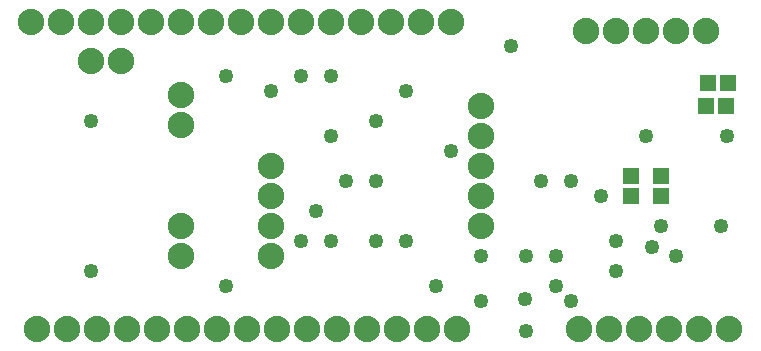
<source format=gts>
G04 MADE WITH FRITZING*
G04 WWW.FRITZING.ORG*
G04 DOUBLE SIDED*
G04 HOLES PLATED*
G04 CONTOUR ON CENTER OF CONTOUR VECTOR*
%ASAXBY*%
%FSLAX23Y23*%
%MOIN*%
%OFA0B0*%
%SFA1.0B1.0*%
%ADD10C,0.049370*%
%ADD11C,0.088000*%
%ADD12R,0.057244X0.053307*%
%ADD13R,0.053307X0.057244*%
%LNMASK1*%
G90*
G70*
G54D10*
X2018Y276D03*
X1868Y576D03*
X2118Y726D03*
X1318Y876D03*
X1568Y326D03*
X1968Y526D03*
X868Y876D03*
X968Y926D03*
X718Y926D03*
X1468Y676D03*
X1018Y476D03*
X1118Y576D03*
X1218Y376D03*
X1868Y176D03*
X268Y276D03*
X1218Y576D03*
X1318Y376D03*
X1068Y926D03*
X1068Y726D03*
X1218Y776D03*
X1668Y1026D03*
X2218Y326D03*
X1818Y326D03*
X1718Y326D03*
X2387Y726D03*
X2168Y426D03*
X1768Y576D03*
X268Y776D03*
X1718Y76D03*
X1818Y226D03*
X2368Y426D03*
X1068Y376D03*
X1568Y176D03*
X1713Y180D03*
G54D11*
X1468Y1106D03*
X1368Y1106D03*
X1268Y1106D03*
X1168Y1106D03*
X1068Y1106D03*
X968Y1106D03*
X868Y1106D03*
X768Y1106D03*
X668Y1106D03*
X568Y1106D03*
X468Y1106D03*
X368Y1106D03*
X268Y1106D03*
X168Y1106D03*
X68Y1106D03*
X1486Y80D03*
X1386Y80D03*
X1286Y80D03*
X1186Y80D03*
X1086Y80D03*
X986Y80D03*
X886Y80D03*
X786Y80D03*
X686Y80D03*
X586Y80D03*
X486Y80D03*
X386Y80D03*
X286Y80D03*
X186Y80D03*
X86Y80D03*
X2395Y80D03*
X2295Y80D03*
X2195Y80D03*
X2095Y80D03*
X1995Y80D03*
X1895Y80D03*
X1568Y426D03*
X1568Y526D03*
X1568Y626D03*
X1568Y726D03*
X1568Y826D03*
X1568Y426D03*
X1568Y526D03*
X1568Y626D03*
X1568Y726D03*
X1568Y826D03*
X568Y326D03*
X568Y426D03*
X568Y326D03*
X568Y426D03*
X566Y760D03*
X566Y860D03*
X566Y760D03*
X566Y860D03*
X868Y326D03*
X868Y426D03*
X868Y526D03*
X868Y626D03*
X868Y326D03*
X868Y426D03*
X868Y526D03*
X868Y626D03*
X2318Y1076D03*
X2218Y1076D03*
X2118Y1076D03*
X2018Y1076D03*
X1918Y1076D03*
X368Y976D03*
X268Y976D03*
X368Y976D03*
X268Y976D03*
G54D10*
X2018Y376D03*
X2137Y356D03*
X718Y226D03*
X1418Y226D03*
X968Y376D03*
G54D12*
X2385Y826D03*
X2318Y826D03*
X2322Y903D03*
X2389Y903D03*
G54D13*
X2068Y593D03*
X2068Y526D03*
X2168Y593D03*
X2168Y526D03*
G04 End of Mask1*
M02*
</source>
